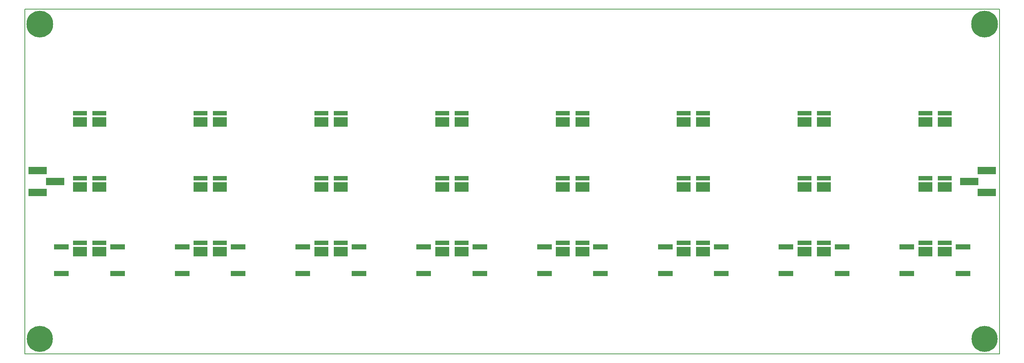
<source format=gts>
G04 #@! TF.FileFunction,Soldermask,Top*
%FSLAX46Y46*%
G04 Gerber Fmt 4.6, Leading zero omitted, Abs format (unit mm)*
G04 Created by KiCad (PCBNEW 4.0.6+dfsg1-1) date Wed Nov  8 01:43:36 2017*
%MOMM*%
%LPD*%
G01*
G04 APERTURE LIST*
%ADD10C,0.100000*%
%ADD11C,0.150000*%
%ADD12R,3.403200X1.203200*%
%ADD13C,6.045200*%
%ADD14R,3.203200X2.203200*%
%ADD15R,3.203200X1.103200*%
%ADD16C,6.203200*%
%ADD17R,4.267200X1.727200*%
G04 APERTURE END LIST*
D10*
D11*
X88000000Y-147000000D02*
X88000000Y-67000000D01*
X314000000Y-67000000D02*
X314000000Y-147000000D01*
X314000000Y-147000000D02*
X88000000Y-147000000D01*
X88000000Y-67000000D02*
X314000000Y-67000000D01*
D12*
X152500000Y-122150000D03*
X152500000Y-128350000D03*
D13*
X91500000Y-143500000D03*
X310500000Y-143500000D03*
D14*
X100778000Y-93230000D03*
D15*
X100778000Y-91198000D03*
D14*
X100778000Y-108230000D03*
D15*
X100778000Y-106198000D03*
D14*
X100778000Y-123230000D03*
D15*
X100778000Y-121198000D03*
D14*
X128778000Y-93230000D03*
D15*
X128778000Y-91198000D03*
D14*
X128778000Y-108230000D03*
D15*
X128778000Y-106198000D03*
D14*
X128778000Y-123230000D03*
D15*
X128778000Y-121198000D03*
D14*
X156778000Y-93230000D03*
D15*
X156778000Y-91198000D03*
D14*
X156778000Y-108230000D03*
D15*
X156778000Y-106198000D03*
D14*
X156778000Y-123230000D03*
D15*
X156778000Y-121198000D03*
D14*
X184778000Y-93230000D03*
D15*
X184778000Y-91198000D03*
D14*
X184778000Y-108230000D03*
D15*
X184778000Y-106198000D03*
D14*
X184778000Y-123230000D03*
D15*
X184778000Y-121198000D03*
D12*
X96500000Y-122150000D03*
X96500000Y-128350000D03*
X124500000Y-122150000D03*
X124500000Y-128350000D03*
X180500000Y-122150000D03*
X180500000Y-128350000D03*
D14*
X212778000Y-93230000D03*
D15*
X212778000Y-91198000D03*
D14*
X212778000Y-108230000D03*
D15*
X212778000Y-106198000D03*
D14*
X212778000Y-123230000D03*
D15*
X212778000Y-121198000D03*
D14*
X240778000Y-93230000D03*
D15*
X240778000Y-91198000D03*
D14*
X240778000Y-108230000D03*
D15*
X240778000Y-106198000D03*
D14*
X240778000Y-123230000D03*
D15*
X240778000Y-121198000D03*
D14*
X268778000Y-93230000D03*
D15*
X268778000Y-91198000D03*
D14*
X268778000Y-108230000D03*
D15*
X268778000Y-106198000D03*
D14*
X268778000Y-123230000D03*
D15*
X268778000Y-121198000D03*
D14*
X296778000Y-93230000D03*
D15*
X296778000Y-91198000D03*
D14*
X296778000Y-108230000D03*
D15*
X296778000Y-106198000D03*
D14*
X296778000Y-123230000D03*
D15*
X296778000Y-121198000D03*
D14*
X105278000Y-93230000D03*
D15*
X105278000Y-91198000D03*
D14*
X105278000Y-108230000D03*
D15*
X105278000Y-106198000D03*
D14*
X105278000Y-123230000D03*
D15*
X105278000Y-121198000D03*
D14*
X133278000Y-93230000D03*
D15*
X133278000Y-91198000D03*
D14*
X133278000Y-108230000D03*
D15*
X133278000Y-106198000D03*
D14*
X133278000Y-123230000D03*
D15*
X133278000Y-121198000D03*
D14*
X161278000Y-93230000D03*
D15*
X161278000Y-91198000D03*
D14*
X161278000Y-108230000D03*
D15*
X161278000Y-106198000D03*
D14*
X161278000Y-123230000D03*
D15*
X161278000Y-121198000D03*
D14*
X189278000Y-93230000D03*
D15*
X189278000Y-91198000D03*
D14*
X189278000Y-108230000D03*
D15*
X189278000Y-106198000D03*
D14*
X189278000Y-123230000D03*
D15*
X189278000Y-121198000D03*
D14*
X217278000Y-93230000D03*
D15*
X217278000Y-91198000D03*
D14*
X217278000Y-108230000D03*
D15*
X217278000Y-106198000D03*
D14*
X217278000Y-123230000D03*
D15*
X217278000Y-121198000D03*
D14*
X245278000Y-93230000D03*
D15*
X245278000Y-91198000D03*
D14*
X245278000Y-108230000D03*
D15*
X245278000Y-106198000D03*
D14*
X245278000Y-123230000D03*
D15*
X245278000Y-121198000D03*
D14*
X273278000Y-93230000D03*
D15*
X273278000Y-91198000D03*
D14*
X273278000Y-108230000D03*
D15*
X273278000Y-106198000D03*
D14*
X273278000Y-123230000D03*
D15*
X273278000Y-121198000D03*
D14*
X301278000Y-93230000D03*
D15*
X301278000Y-91198000D03*
D14*
X301278000Y-108230000D03*
D15*
X301278000Y-106198000D03*
D14*
X301278000Y-123230000D03*
D15*
X301278000Y-121198000D03*
D16*
X91500000Y-70500000D03*
X310500000Y-70500000D03*
D12*
X208500000Y-122150000D03*
X208500000Y-128350000D03*
X236500000Y-122150000D03*
X236500000Y-128350000D03*
X264500000Y-122150000D03*
X264500000Y-128350000D03*
X292500000Y-122150000D03*
X292500000Y-128350000D03*
X109500000Y-122150000D03*
X109500000Y-128350000D03*
X137500000Y-122150000D03*
X137500000Y-128350000D03*
X165500000Y-122150000D03*
X165500000Y-128350000D03*
X193500000Y-122150000D03*
X193500000Y-128350000D03*
X221500000Y-122150000D03*
X221500000Y-128350000D03*
X249500000Y-122150000D03*
X249500000Y-128350000D03*
X277500000Y-122150000D03*
X277500000Y-128350000D03*
X305500000Y-122150000D03*
X305500000Y-128350000D03*
D17*
X90968000Y-109500000D03*
X95032000Y-106960000D03*
X90968000Y-104420000D03*
X311032000Y-104500000D03*
X306968000Y-107040000D03*
X311032000Y-109580000D03*
M02*

</source>
